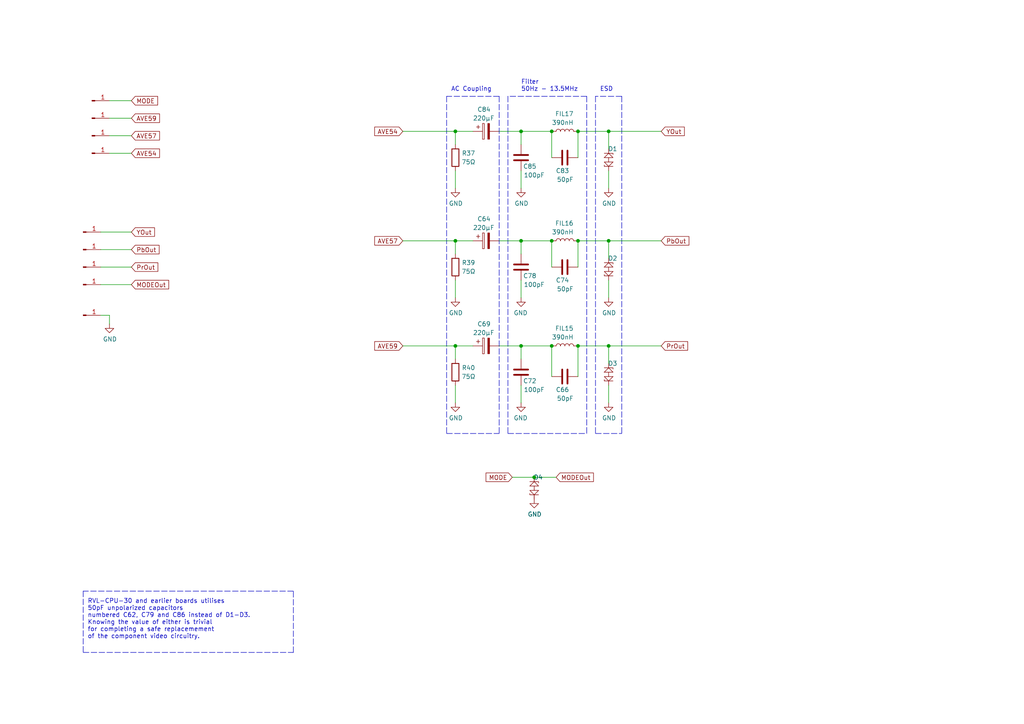
<source format=kicad_sch>
(kicad_sch (version 20211123) (generator eeschema)
  (paper "A4")
  (title_block (title "miniRGBii Schematic") (rev "1.0") (company "Wii mini Hacking") (comment 1 "Devnol") (comment 2 "Job") (comment 3 "Created By:"))
  (lib_symbols
    (symbol "Connector:Conn_01x01_Male" (pin_names (offset 1.016) hide)
      (property "Reference" "J" (at 0 2.54 0))
      (property "Value" "Conn_01x01_Male" (at 0 -2.54 0))
      (symbol "Conn_01x01_Male_1_1"
        (polyline (pts (xy 1.27 0) (xy 0.8636 0)) (stroke (width 0.1524)))
        (rectangle (start 0.8636 0.127) (end 0 -0.127) (stroke (width 0.1524)) (fill (type outline)))
        (pin passive line (at 5.08 0 180) (length 3.81) (name "Pin_1") (number "1"))
      )
    )
    (symbol "Device:C" (pin_numbers hide) (pin_names (offset 0.254))
      (property "Reference" "C" (at 0.635 2.54 0))
      (property "Value" "C" (at 0.635 -2.54 0))
      (symbol "C_0_1"
        (polyline (pts (xy -2.032 -0.762) (xy 2.032 -0.762)) (stroke (width 0.508)))
        (polyline (pts (xy -2.032 0.762) (xy 2.032 0.762)) (stroke (width 0.508)))
      )
      (symbol "C_1_1"
        (pin passive line (at 0 3.81 270) (length 2.794) (name "~") (number "1"))
        (pin passive line (at 0 -3.81 90) (length 2.794) (name "~") (number "2"))
      )
    )
    (symbol "Device:C_Polarized" (pin_numbers hide) (pin_names (offset 0.254))
      (property "Reference" "C" (at 0.635 2.54 0))
      (property "Value" "C_Polarized" (at 0.635 -2.54 0))
      (symbol "C_Polarized_0_1"
        (rectangle (start -2.286 0.508) (end 2.286 1.016))
        (polyline (pts (xy -1.778 2.286) (xy -0.762 2.286)))
        (polyline (pts (xy -1.27 2.794) (xy -1.27 1.778)))
        (rectangle (start 2.286 -0.508) (end -2.286 -1.016) (fill (type outline)))
      )
      (symbol "C_Polarized_1_1"
        (pin passive line (at 0 3.81 270) (length 2.794) (name "~") (number "1"))
        (pin passive line (at 0 -3.81 90) (length 2.794) (name "~") (number "2"))
      )
    )
    (symbol "Device:L" (pin_numbers hide) (pin_names (offset 1.016) hide)
      (property "Reference" "L" (at -1.27 0 90))
      (property "Value" "L" (at 1.905 0 90))
      (symbol "L_0_1"
        (arc (start 0 -2.54) (mid 0.635 -1.905) (end 0 -1.27))
        (arc (start 0 -1.27) (mid 0.635 -0.635) (end 0 0))
        (arc (start 0 0) (mid 0.635 0.635) (end 0 1.27))
        (arc (start 0 1.27) (mid 0.635 1.905) (end 0 2.54))
      )
      (symbol "L_1_1"
        (pin passive line (at 0 3.81 270) (length 1.27) (name "1") (number "1"))
        (pin passive line (at 0 -3.81 90) (length 1.27) (name "2") (number "2"))
      )
    )
    (symbol "Device:R" (pin_numbers hide) (pin_names (offset 0))
      (property "Reference" "R" (at 2.032 0 90))
      (property "Value" "R" (at 0 0 90))
      (symbol "R_0_1"
        (rectangle (start -1.016 -2.54) (end 1.016 2.54) (stroke (width 0.254)))
      )
      (symbol "R_1_1"
        (pin passive line (at 0 3.81 270) (length 1.27) (name "~") (number "1"))
        (pin passive line (at 0 -3.81 90) (length 1.27) (name "~") (number "2"))
      )
    )
    (symbol "PESD5V0U1UA:PESD5V0U1BA" (pin_names (offset 1.016))
      (property "Reference" "D" (at -3.81 0 0))
      (symbol "PESD5V0U1BA_1_1"
        (polyline (pts (xy 0 1.27) (xy 0 0)))
        (polyline (pts (xy -1.27 2.54) (xy 1.27 2.54) (xy 1.27 2.159)))
        (polyline (pts (xy 1.27 -1.27) (xy -1.27 -1.27) (xy -1.27 -0.889)))
        (polyline (pts (xy -1.27 1.27) (xy 1.27 1.27) (xy 0 2.54) (xy -1.27 1.27)))
        (polyline (pts (xy 1.27 0) (xy -1.27 0) (xy 0 -1.27) (xy 1.27 0)))
        (pin passive line (at 0 3.81 270) (length 1.27) (name "~") (number "1"))
        (pin passive line (at 0 -2.54 90) (length 1.27) (name "~") (number "2"))
      )
    )
    (symbol "power:GND" (power) (pin_names (offset 0))
      (property "Value" "GND" (at 0 -3.81 0))
      (symbol "GND_0_1"
        (polyline (pts (xy 0 0) (xy 0 -1.27) (xy 1.27 -1.27) (xy 0 -2.54) (xy -1.27 -1.27) (xy 0 -1.27)))
      )
      (symbol "GND_1_1"
        (pin power_in line (at 0 0 270) (length 0) hide (name "GND") (number "1"))
      )
    )
  )
  (junction (at 151.13 69.85))
  (junction (at 132.08 100.33))
  (junction (at 167.64 100.33))
  (junction (at 167.64 38.1))
  (junction (at 132.08 69.85))
  (junction (at 176.53 38.1))
  (junction (at 151.13 100.33))
  (junction (at 160.02 100.33))
  (junction (at 176.53 100.33))
  (junction (at 176.53 69.85))
  (junction (at 132.08 38.1))
  (junction (at 160.02 69.85))
  (junction (at 151.13 38.1))
  (junction (at 154.94 138.43))
  (junction (at 160.02 38.1))
  (junction (at 167.64 69.85))
  (wire (pts (xy 144.78 38.1) (xy 151.13 38.1)))
  (wire (pts (xy 160.02 45.72) (xy 160.02 38.1)))
  (wire (pts (xy 132.08 49.53) (xy 132.08 54.61)))
  (wire (pts (xy 116.84 100.33) (xy 132.08 100.33)))
  (wire (pts (xy 38.1 34.29) (xy 31.75 34.29)))
  (wire (pts (xy 137.16 38.1) (xy 132.08 38.1)))
  (wire (pts (xy 137.16 100.33) (xy 132.08 100.33)))
  (wire (pts (xy 176.53 38.1) (xy 191.77 38.1)))
  (wire (pts (xy 38.1 44.45) (xy 31.75 44.45)))
  (wire (pts (xy 176.53 69.85) (xy 191.77 69.85)))
  (wire (pts (xy 167.64 109.22) (xy 167.64 100.33)))
  (wire (pts (xy 176.53 105.41) (xy 176.53 100.33)))
  (wire (pts (xy 132.08 100.33) (xy 132.08 104.14)))
  (polyline (pts (xy 144.78 27.94) (xy 144.78 125.73)))
  (wire (pts (xy 176.53 74.93) (xy 176.53 69.85)))
  (wire (pts (xy 154.94 138.43) (xy 161.29 138.43)))
  (wire (pts (xy 176.53 81.28) (xy 176.53 86.36)))
  (polyline (pts (xy 24.13 189.23) (xy 85.09 189.23)))
  (wire (pts (xy 151.13 69.85) (xy 160.02 69.85)))
  (polyline (pts (xy 129.54 27.94) (xy 129.54 125.73)))
  (wire (pts (xy 160.02 38.1) (xy 151.13 38.1)))
  (wire (pts (xy 160.02 109.22) (xy 160.02 100.33)))
  (wire (pts (xy 176.53 111.76) (xy 176.53 116.84)))
  (wire (pts (xy 132.08 111.76) (xy 132.08 116.84)))
  (wire (pts (xy 29.21 82.55) (xy 38.1 82.55)))
  (wire (pts (xy 151.13 100.33) (xy 160.02 100.33)))
  (polyline (pts (xy 170.18 27.94) (xy 170.18 125.73)))
  (wire (pts (xy 167.64 100.33) (xy 176.53 100.33)))
  (polyline (pts (xy 144.78 27.94) (xy 129.54 27.94)))
  (polyline (pts (xy 180.34 27.94) (xy 180.34 125.73)))
  (wire (pts (xy 38.1 39.37) (xy 31.75 39.37)))
  (wire (pts (xy 167.64 38.1) (xy 176.53 38.1)))
  (wire (pts (xy 167.64 45.72) (xy 167.64 38.1)))
  (wire (pts (xy 116.84 69.85) (xy 132.08 69.85)))
  (wire (pts (xy 137.16 69.85) (xy 132.08 69.85)))
  (polyline (pts (xy 24.13 171.45) (xy 24.13 189.23)))
  (wire (pts (xy 148.59 138.43) (xy 154.94 138.43)))
  (wire (pts (xy 31.75 91.44) (xy 31.75 93.98)))
  (wire (pts (xy 38.1 29.21) (xy 31.75 29.21)))
  (wire (pts (xy 38.1 77.47) (xy 29.21 77.47)))
  (wire (pts (xy 176.53 38.1) (xy 176.53 43.18)))
  (wire (pts (xy 176.53 100.33) (xy 191.77 100.33)))
  (polyline (pts (xy 170.18 27.94) (xy 147.32 27.94)))
  (polyline (pts (xy 85.09 171.45) (xy 24.13 171.45)))
  (wire (pts (xy 151.13 49.53) (xy 151.13 54.61)))
  (wire (pts (xy 29.21 72.39) (xy 38.1 72.39)))
  (wire (pts (xy 151.13 69.85) (xy 151.13 73.66)))
  (wire (pts (xy 151.13 100.33) (xy 151.13 104.14)))
  (polyline (pts (xy 129.54 125.73) (xy 144.78 125.73)))
  (wire (pts (xy 144.78 100.33) (xy 151.13 100.33)))
  (polyline (pts (xy 85.09 189.23) (xy 85.09 171.45)))
  (wire (pts (xy 132.08 69.85) (xy 132.08 73.66)))
  (wire (pts (xy 38.1 67.31) (xy 29.21 67.31)))
  (polyline (pts (xy 147.32 125.73) (xy 170.18 125.73)))
  (polyline (pts (xy 180.34 27.94) (xy 172.72 27.94)))
  (wire (pts (xy 29.21 91.44) (xy 31.75 91.44)))
  (wire (pts (xy 151.13 81.28) (xy 151.13 86.36)))
  (wire (pts (xy 176.53 49.53) (xy 176.53 54.61)))
  (wire (pts (xy 116.84 38.1) (xy 132.08 38.1)))
  (wire (pts (xy 151.13 38.1) (xy 151.13 41.91)))
  (wire (pts (xy 151.13 69.85) (xy 144.78 69.85)))
  (wire (pts (xy 132.08 38.1) (xy 132.08 41.91)))
  (polyline (pts (xy 172.72 27.94) (xy 172.72 125.73)))
  (polyline (pts (xy 172.72 125.73) (xy 180.34 125.73)))
  (wire (pts (xy 167.64 69.85) (xy 176.53 69.85)))
  (wire (pts (xy 160.02 77.47) (xy 160.02 69.85)))
  (polyline (pts (xy 147.32 27.94) (xy 147.32 125.73)))
  (wire (pts (xy 132.08 81.28) (xy 132.08 86.36)))
  (wire (pts (xy 167.64 77.47) (xy 167.64 69.85)))
  (wire (pts (xy 151.13 111.76) (xy 151.13 116.84)))
  (text "RVL-CPU-30 and earlier boards utilises\n50pF unpolarized capacitors\nnumbered C62, C79 and C86 instead of D1-D3. \nKnowing the value of either is trivial\nfor completing a safe replacemement\nof the component video circuitry." (at 25.4 185.42 0) (effects (font (size 1.27 1.27)) (justify left bottom)))
  (text "Filter\n50Hz - 13.5MHz" (at 151.13 26.67 0) (effects (font (size 1.27 1.27)) (justify left bottom)))
  (text "ESD" (at 173.99 26.67 0) (effects (font (size 1.27 1.27)) (justify left bottom)))
  (text "AC Coupling" (at 130.81 26.67 0) (effects (font (size 1.27 1.27)) (justify left bottom)))
  (global_label "AVE59" (shape input) (at 116.84 100.33 180) (property "Intersheet References" "${INTERSHEET_REFS}" (effects hide)))
  (global_label "YOut" (shape input) (at 191.77 38.1 0) (property "Intersheet References" "${INTERSHEET_REFS}" (effects hide)))
  (global_label "PrOut" (shape input) (at 38.1 77.47 0) (property "Intersheet References" "${INTERSHEET_REFS}" (effects hide)))
  (global_label "MODE" (shape input) (at 148.59 138.43 180) (property "Intersheet References" "${INTERSHEET_REFS}" (effects hide)))
  (global_label "AVE54" (shape input) (at 38.1 44.45 0) (property "Intersheet References" "${INTERSHEET_REFS}" (effects hide)))
  (global_label "AVE57" (shape input) (at 38.1 39.37 0) (property "Intersheet References" "${INTERSHEET_REFS}" (effects hide)))
  (global_label "MODEOut" (shape input) (at 161.29 138.43 0) (property "Intersheet References" "${INTERSHEET_REFS}" (effects hide)))
  (global_label "MODE" (shape input) (at 38.1 29.21 0) (property "Intersheet References" "${INTERSHEET_REFS}" (effects hide)))
  (global_label "AVE59" (shape input) (at 38.1 34.29 0) (property "Intersheet References" "${INTERSHEET_REFS}" (effects hide)))
  (global_label "AVE57" (shape input) (at 116.84 69.85 180) (property "Intersheet References" "${INTERSHEET_REFS}" (effects hide)))
  (global_label "AVE54" (shape input) (at 116.84 38.1 180) (property "Intersheet References" "${INTERSHEET_REFS}" (effects hide)))
  (global_label "MODEOut" (shape input) (at 38.1 82.55 0) (property "Intersheet References" "${INTERSHEET_REFS}" (effects hide)))
  (global_label "PbOut" (shape input) (at 38.1 72.39 0) (property "Intersheet References" "${INTERSHEET_REFS}" (effects hide)))
  (global_label "YOut" (shape input) (at 38.1 67.31 0) (property "Intersheet References" "${INTERSHEET_REFS}" (effects hide)))
  (global_label "PbOut" (shape input) (at 191.77 69.85 0) (property "Intersheet References" "${INTERSHEET_REFS}" (effects hide)))
  (global_label "PrOut" (shape input) (at 191.77 100.33 0) (property "Intersheet References" "${INTERSHEET_REFS}" (effects hide)))
  (symbol (lib_id "Device:C") (at 163.83 109.22 90) (mirror x) (unit 1)
    (property "Reference" "C66" (at 165.1 113.03 90) (effects (justify left)))
    (property "Value" "50pF" (at 166.37 115.57 90) (effects (justify left)))
    (property "Footprint" "Capacitor_SMD:C_0603_1608Metric_Pad1.05x0.95mm_HandSolder" (effects hide))
  )
  (symbol (lib_id "Device:C") (at 151.13 107.95 0) (mirror x) (unit 1)
    (property "Reference" "C72" (at 153.67 110.49 0))
    (property "Value" "100pF" (at 154.94 113.03 0))
    (property "Footprint" "Capacitor_SMD:C_0603_1608Metric_Pad1.05x0.95mm_HandSolder" (effects hide))
  )
  (symbol (lib_id "Device:C") (at 163.83 77.47 90) (mirror x) (unit 1)
    (property "Reference" "C74" (at 165.1 81.28 90) (effects (justify left)))
    (property "Value" "50pF" (at 166.37 83.82 90) (effects (justify left)))
    (property "Footprint" "Capacitor_SMD:C_0603_1608Metric_Pad1.05x0.95mm_HandSolder" (effects hide))
  )
  (symbol (lib_id "Device:C") (at 151.13 77.47 0) (mirror x) (unit 1)
    (property "Reference" "C78" (at 153.67 80.01 0))
    (property "Value" "100pF" (at 154.94 82.55 0))
    (property "Footprint" "Capacitor_SMD:C_0603_1608Metric_Pad1.05x0.95mm_HandSolder" (effects hide))
  )
  (symbol (lib_id "Device:C") (at 163.83 45.72 90) (mirror x) (unit 1)
    (property "Reference" "C83" (at 165.1 49.53 90) (effects (justify left)))
    (property "Value" "50pF" (at 166.37 52.07 90) (effects (justify left)))
    (property "Footprint" "Capacitor_SMD:C_0603_1608Metric_Pad1.05x0.95mm_HandSolder" (effects hide))
  )
  (symbol (lib_id "Device:C") (at 151.13 45.72 0) (mirror x) (unit 1)
    (property "Reference" "C85" (at 153.67 48.26 0))
    (property "Value" "100pF" (at 154.94 50.8 0))
    (property "Footprint" "Capacitor_SMD:C_0603_1608Metric_Pad1.05x0.95mm_HandSolder" (effects hide))
  )
  (symbol (lib_id "Device:C_Polarized") (at 140.97 100.33 90) (mirror x) (unit 1)
    (property "Reference" "C69" (at 138.43 93.98 90) (effects (justify right)))
    (property "Value" "220μF" (at 137.16 96.52 90) (effects (justify right)))
    (property "Footprint" "Capacitor_Tantalum_SMD:CP_EIA-3528-12_Kemet-T_Pad1.50x2.35mm_HandSolder" (effects hide))
    (property "max. Voltage" "6V" (effects hide))
  )
  (symbol (lib_id "Device:C_Polarized") (at 140.97 69.85 90) (mirror x) (unit 1)
    (property "Reference" "C64" (at 138.43 63.5 90) (effects (justify right)))
    (property "Value" "220μF" (at 137.16 66.04 90) (effects (justify right)))
    (property "Footprint" "Capacitor_Tantalum_SMD:CP_EIA-3528-12_Kemet-T_Pad1.50x2.35mm_HandSolder" (effects hide))
    (property "max. Voltage" "6V" (effects hide))
  )
  (symbol (lib_id "Device:C_Polarized") (at 140.97 38.1 90) (mirror x) (unit 1)
    (property "Reference" "C84" (at 138.43 31.75 90) (effects (justify right)))
    (property "Value" "220μF" (at 137.16 34.29 90) (effects (justify right)))
    (property "Footprint" "Capacitor_Tantalum_SMD:CP_EIA-3528-12_Kemet-T_Pad1.50x2.35mm_HandSolder" (effects hide))
    (property "max. Voltage" "6V" (effects hide))
  )
  (symbol (lib_id "Device:R") (at 132.08 45.72 0) (mirror y) (unit 1)
    (property "Reference" "R37" (at 135.89 44.45 0))
    (property "Value" "75Ω" (at 135.89 46.99 0))
    (property "Footprint" "Resistor_SMD:R_0603_1608Metric_Pad0.98x0.95mm_HandSolder" (effects hide))
  )
  (symbol (lib_id "Device:R") (at 132.08 77.47 0) (mirror x) (unit 1)
    (property "Reference" "R39" (at 135.89 76.2 0))
    (property "Value" "75Ω" (at 135.89 78.74 0))
    (property "Footprint" "Resistor_SMD:R_0603_1608Metric_Pad0.98x0.95mm_HandSolder" (effects hide))
  )
  (symbol (lib_id "Device:R") (at 132.08 107.95 0) (mirror x) (unit 1)
    (property "Reference" "R40" (at 135.89 106.68 0))
    (property "Value" "75Ω" (at 135.89 109.22 0))
    (property "Footprint" "Resistor_SMD:R_0603_1608Metric_Pad0.98x0.95mm_HandSolder" (effects hide))
  )
  (symbol (lib_id "Device:L") (at 163.83 38.1 270) (mirror x) (unit 1)
    (property "Reference" "FIL17" (at 166.37 33.02 90) (effects (justify right)))
    (property "Value" "390nH" (at 166.37 35.56 90) (effects (justify right)))
    (property "Footprint" "Inductor_SMD:L_0603_1608Metric_Pad1.05x0.95mm_HandSolder" (effects hide))
  )
  (symbol (lib_id "Device:L") (at 163.83 69.85 270) (mirror x) (unit 1)
    (property "Reference" "FIL16" (at 166.37 64.77 90) (effects (justify right)))
    (property "Value" "390nH" (at 166.37 67.31 90) (effects (justify right)))
    (property "Footprint" "Inductor_SMD:L_0603_1608Metric_Pad1.05x0.95mm_HandSolder" (effects hide))
  )
  (symbol (lib_id "Device:L") (at 163.83 100.33 270) (mirror x) (unit 1)
    (property "Reference" "FIL15" (at 166.37 95.25 90) (effects (justify right)))
    (property "Value" "390nH" (at 166.37 97.79 90) (effects (justify right)))
    (property "Footprint" "Inductor_SMD:L_0603_1608Metric_Pad1.05x0.95mm_HandSolder" (effects hide))
  )
  (symbol (lib_id "PESD5V0U1UA:PESD5V0U1BA") (at 176.53 46.99 0) (unit 1)
    (property "Reference" "D1" (at 179.07 43.18 0) (effects (justify right)))
    (property "Value" "PESD5V0U1BA" (effects hide))
    (property "Footprint" "Diode_SMD:D_SOD-323_HandSoldering" (effects hide))
  )
  (symbol (lib_id "PESD5V0U1UA:PESD5V0U1BA") (at 176.53 78.74 0) (unit 1)
    (property "Reference" "D2" (at 179.07 74.93 0) (effects (justify right)))
    (property "Value" "PESD5V0U1BA" (effects hide))
    (property "Footprint" "Diode_SMD:D_SOD-323_HandSoldering" (effects hide))
  )
  (symbol (lib_id "PESD5V0U1UA:PESD5V0U1BA") (at 176.53 109.22 0) (unit 1)
    (property "Reference" "D3" (at 179.07 105.41 0) (effects (justify right)))
    (property "Value" "PESD5V0U1BA" (effects hide))
    (property "Footprint" "Diode_SMD:D_SOD-323_HandSoldering" (effects hide))
  )
  (symbol (lib_id "PESD5V0U1UA:PESD5V0U1BA") (at 154.94 142.24 0) (unit 1)
    (property "Reference" "D4" (at 157.48 138.43 0) (effects (justify right)))
    (property "Value" "PESD5V0U1BA" (effects hide))
    (property "Footprint" "Diode_SMD:D_SOD-323_HandSoldering" (effects hide))
  )
  (symbol (lib_id "power:GND") (at 154.94 144.78 0) (unit 1)
    (property "Reference" "#PWR0110" (effects hide))
    (property "Value" "GND" (at 155.067 149.1742 0))
  )
  (symbol (lib_id "Connector:Conn_01x01_Male") (at 26.67 29.21 0) (unit 1)
    (property "Reference" "J5" (effects hide))
    (property "Value" "Conn_01x01_Male" (effects hide))
    (property "Footprint" "Pad:pad" (effects hide))
  )
  (symbol (lib_id "Connector:Conn_01x01_Male") (at 26.67 34.29 0) (unit 1)
    (property "Reference" "J6" (effects hide))
    (property "Value" "Conn_01x01_Male" (effects hide))
    (property "Footprint" "Pad:pad" (effects hide))
  )
  (symbol (lib_id "Connector:Conn_01x01_Male") (at 26.67 39.37 0) (unit 1)
    (property "Reference" "J7" (effects hide))
    (property "Value" "Conn_01x01_Male" (effects hide))
    (property "Footprint" "Pad:pad" (effects hide))
  )
  (symbol (lib_id "Connector:Conn_01x01_Male") (at 26.67 44.45 0) (unit 1)
    (property "Reference" "J8" (effects hide))
    (property "Value" "Conn_01x01_Male" (effects hide))
    (property "Footprint" "Pad:pad" (effects hide))
  )
  (symbol (lib_id "Connector:Conn_01x01_Male") (at 24.13 82.55 0) (unit 1)
    (property "Reference" "J4" (effects hide))
    (property "Value" "Conn_01x01_Male" (effects hide))
    (property "Footprint" "Pad:pad" (effects hide))
  )
  (symbol (lib_id "Connector:Conn_01x01_Male") (at 24.13 67.31 0) (unit 1)
    (property "Reference" "J1" (effects hide))
    (property "Value" "Conn_01x01_Male" (effects hide))
    (property "Footprint" "Pad:pad" (effects hide))
  )
  (symbol (lib_id "Connector:Conn_01x01_Male") (at 24.13 72.39 0) (unit 1)
    (property "Reference" "J2" (effects hide))
    (property "Value" "Conn_01x01_Male" (effects hide))
    (property "Footprint" "Pad:pad" (effects hide))
  )
  (symbol (lib_id "Connector:Conn_01x01_Male") (at 24.13 77.47 0) (unit 1)
    (property "Reference" "J3" (effects hide))
    (property "Value" "Conn_01x01_Male" (effects hide))
    (property "Footprint" "Pad:pad" (effects hide))
  )
  (symbol (lib_id "Connector:Conn_01x01_Male") (at 24.13 91.44 0) (unit 1)
    (property "Reference" "J9" (effects hide))
    (property "Value" "Conn_01x01_Male" (effects hide))
    (property "Footprint" "Pad:pad" (effects hide))
  )
  (symbol (lib_id "power:GND") (at 31.75 93.98 0) (unit 1)
    (property "Reference" "#PWR0111" (effects hide))
    (property "Value" "GND" (at 31.877 98.3742 0))
  )
  (symbol (lib_id "power:GND") (at 151.13 86.36 0) (mirror y) (unit 1)
    (property "Reference" "#PWR0101" (effects hide))
    (property "Value" "GND" (at 151.003 90.7542 0))
  )
  (symbol (lib_id "power:GND") (at 151.13 116.84 0) (mirror y) (unit 1)
    (property "Reference" "#PWR0102" (effects hide))
    (property "Value" "GND" (at 151.003 121.2342 0))
  )
  (symbol (lib_id "power:GND") (at 132.08 54.61 0) (unit 1)
    (property "Reference" "#PWR0103" (effects hide))
    (property "Value" "GND" (at 132.207 59.0042 0))
  )
  (symbol (lib_id "power:GND") (at 151.13 54.61 0) (unit 1)
    (property "Reference" "#PWR0104" (effects hide))
    (property "Value" "GND" (at 151.257 59.0042 0))
  )
  (symbol (lib_id "power:GND") (at 176.53 54.61 0) (unit 1)
    (property "Reference" "#PWR0105" (effects hide))
    (property "Value" "GND" (at 176.657 59.0042 0))
  )
  (symbol (lib_id "power:GND") (at 132.08 86.36 0) (unit 1)
    (property "Reference" "#PWR0106" (effects hide))
    (property "Value" "GND" (at 132.207 90.7542 0))
  )
  (symbol (lib_id "power:GND") (at 176.53 86.36 0) (unit 1)
    (property "Reference" "#PWR0107" (effects hide))
    (property "Value" "GND" (at 176.657 90.7542 0))
  )
  (symbol (lib_id "power:GND") (at 132.08 116.84 0) (unit 1)
    (property "Reference" "#PWR0108" (effects hide))
    (property "Value" "GND" (at 132.207 121.2342 0))
  )
  (symbol (lib_id "power:GND") (at 176.53 116.84 0) (unit 1)
    (property "Reference" "#PWR0109" (effects hide))
    (property "Value" "GND" (at 176.657 121.2342 0))
  )
)
</source>
